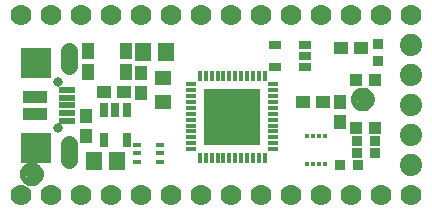
<source format=gbr>
G04 EAGLE Gerber RS-274X export*
G75*
%MOMM*%
%FSLAX34Y34*%
%LPD*%
%INSoldermask Top*%
%IPPOS*%
%AMOC8*
5,1,8,0,0,1.08239X$1,22.5*%
G01*
%ADD10R,1.341600X1.601600*%
%ADD11R,1.101600X1.176600*%
%ADD12R,0.901600X0.901600*%
%ADD13R,1.176600X1.101600*%
%ADD14C,1.101600*%
%ADD15C,0.500000*%
%ADD16R,1.101600X1.101600*%
%ADD17C,0.801600*%
%ADD18R,2.514600X2.514600*%
%ADD19C,1.409600*%
%ADD20R,2.101600X1.101600*%
%ADD21R,1.450000X0.500000*%
%ADD22R,0.651600X1.301600*%
%ADD23R,1.091600X0.791600*%
%ADD24R,1.011600X1.321600*%
%ADD25C,1.778000*%
%ADD26C,1.879600*%
%ADD27R,0.801600X0.451600*%
%ADD28R,0.351600X0.451600*%
%ADD29R,0.351600X0.851600*%
%ADD30R,0.851600X0.351600*%
%ADD31R,4.801600X4.801600*%
%ADD32R,1.401600X1.301600*%


D10*
X116280Y133750D03*
X135280Y133750D03*
D11*
X114470Y99325D03*
X114470Y116325D03*
D10*
X93990Y41760D03*
X74990Y41760D03*
D12*
X315360Y126265D03*
X315360Y141265D03*
D11*
X67679Y63128D03*
X67679Y80128D03*
D13*
X283600Y137795D03*
X300600Y137795D03*
D14*
X302260Y93980D03*
D15*
X309760Y93980D02*
X309758Y94161D01*
X309751Y94342D01*
X309740Y94523D01*
X309725Y94704D01*
X309705Y94884D01*
X309681Y95064D01*
X309653Y95243D01*
X309620Y95421D01*
X309583Y95598D01*
X309542Y95775D01*
X309497Y95950D01*
X309447Y96125D01*
X309393Y96298D01*
X309335Y96469D01*
X309273Y96640D01*
X309206Y96808D01*
X309136Y96975D01*
X309062Y97141D01*
X308983Y97304D01*
X308901Y97465D01*
X308815Y97625D01*
X308725Y97782D01*
X308631Y97937D01*
X308534Y98090D01*
X308432Y98240D01*
X308328Y98388D01*
X308219Y98534D01*
X308108Y98676D01*
X307992Y98816D01*
X307874Y98953D01*
X307752Y99088D01*
X307627Y99219D01*
X307499Y99347D01*
X307368Y99472D01*
X307233Y99594D01*
X307096Y99712D01*
X306956Y99828D01*
X306814Y99939D01*
X306668Y100048D01*
X306520Y100152D01*
X306370Y100254D01*
X306217Y100351D01*
X306062Y100445D01*
X305905Y100535D01*
X305745Y100621D01*
X305584Y100703D01*
X305421Y100782D01*
X305255Y100856D01*
X305088Y100926D01*
X304920Y100993D01*
X304749Y101055D01*
X304578Y101113D01*
X304405Y101167D01*
X304230Y101217D01*
X304055Y101262D01*
X303878Y101303D01*
X303701Y101340D01*
X303523Y101373D01*
X303344Y101401D01*
X303164Y101425D01*
X302984Y101445D01*
X302803Y101460D01*
X302622Y101471D01*
X302441Y101478D01*
X302260Y101480D01*
X309760Y93980D02*
X309758Y93799D01*
X309751Y93618D01*
X309740Y93437D01*
X309725Y93256D01*
X309705Y93076D01*
X309681Y92896D01*
X309653Y92717D01*
X309620Y92539D01*
X309583Y92362D01*
X309542Y92185D01*
X309497Y92010D01*
X309447Y91835D01*
X309393Y91662D01*
X309335Y91491D01*
X309273Y91320D01*
X309206Y91152D01*
X309136Y90985D01*
X309062Y90819D01*
X308983Y90656D01*
X308901Y90495D01*
X308815Y90335D01*
X308725Y90178D01*
X308631Y90023D01*
X308534Y89870D01*
X308432Y89720D01*
X308328Y89572D01*
X308219Y89426D01*
X308108Y89284D01*
X307992Y89144D01*
X307874Y89007D01*
X307752Y88872D01*
X307627Y88741D01*
X307499Y88613D01*
X307368Y88488D01*
X307233Y88366D01*
X307096Y88248D01*
X306956Y88132D01*
X306814Y88021D01*
X306668Y87912D01*
X306520Y87808D01*
X306370Y87706D01*
X306217Y87609D01*
X306062Y87515D01*
X305905Y87425D01*
X305745Y87339D01*
X305584Y87257D01*
X305421Y87178D01*
X305255Y87104D01*
X305088Y87034D01*
X304920Y86967D01*
X304749Y86905D01*
X304578Y86847D01*
X304405Y86793D01*
X304230Y86743D01*
X304055Y86698D01*
X303878Y86657D01*
X303701Y86620D01*
X303523Y86587D01*
X303344Y86559D01*
X303164Y86535D01*
X302984Y86515D01*
X302803Y86500D01*
X302622Y86489D01*
X302441Y86482D01*
X302260Y86480D01*
X302079Y86482D01*
X301898Y86489D01*
X301717Y86500D01*
X301536Y86515D01*
X301356Y86535D01*
X301176Y86559D01*
X300997Y86587D01*
X300819Y86620D01*
X300642Y86657D01*
X300465Y86698D01*
X300290Y86743D01*
X300115Y86793D01*
X299942Y86847D01*
X299771Y86905D01*
X299600Y86967D01*
X299432Y87034D01*
X299265Y87104D01*
X299099Y87178D01*
X298936Y87257D01*
X298775Y87339D01*
X298615Y87425D01*
X298458Y87515D01*
X298303Y87609D01*
X298150Y87706D01*
X298000Y87808D01*
X297852Y87912D01*
X297706Y88021D01*
X297564Y88132D01*
X297424Y88248D01*
X297287Y88366D01*
X297152Y88488D01*
X297021Y88613D01*
X296893Y88741D01*
X296768Y88872D01*
X296646Y89007D01*
X296528Y89144D01*
X296412Y89284D01*
X296301Y89426D01*
X296192Y89572D01*
X296088Y89720D01*
X295986Y89870D01*
X295889Y90023D01*
X295795Y90178D01*
X295705Y90335D01*
X295619Y90495D01*
X295537Y90656D01*
X295458Y90819D01*
X295384Y90985D01*
X295314Y91152D01*
X295247Y91320D01*
X295185Y91491D01*
X295127Y91662D01*
X295073Y91835D01*
X295023Y92010D01*
X294978Y92185D01*
X294937Y92362D01*
X294900Y92539D01*
X294867Y92717D01*
X294839Y92896D01*
X294815Y93076D01*
X294795Y93256D01*
X294780Y93437D01*
X294769Y93618D01*
X294762Y93799D01*
X294760Y93980D01*
X294762Y94161D01*
X294769Y94342D01*
X294780Y94523D01*
X294795Y94704D01*
X294815Y94884D01*
X294839Y95064D01*
X294867Y95243D01*
X294900Y95421D01*
X294937Y95598D01*
X294978Y95775D01*
X295023Y95950D01*
X295073Y96125D01*
X295127Y96298D01*
X295185Y96469D01*
X295247Y96640D01*
X295314Y96808D01*
X295384Y96975D01*
X295458Y97141D01*
X295537Y97304D01*
X295619Y97465D01*
X295705Y97625D01*
X295795Y97782D01*
X295889Y97937D01*
X295986Y98090D01*
X296088Y98240D01*
X296192Y98388D01*
X296301Y98534D01*
X296412Y98676D01*
X296528Y98816D01*
X296646Y98953D01*
X296768Y99088D01*
X296893Y99219D01*
X297021Y99347D01*
X297152Y99472D01*
X297287Y99594D01*
X297424Y99712D01*
X297564Y99828D01*
X297706Y99939D01*
X297852Y100048D01*
X298000Y100152D01*
X298150Y100254D01*
X298303Y100351D01*
X298458Y100445D01*
X298615Y100535D01*
X298775Y100621D01*
X298936Y100703D01*
X299099Y100782D01*
X299265Y100856D01*
X299432Y100926D01*
X299600Y100993D01*
X299771Y101055D01*
X299942Y101113D01*
X300115Y101167D01*
X300290Y101217D01*
X300465Y101262D01*
X300642Y101303D01*
X300819Y101340D01*
X300997Y101373D01*
X301176Y101401D01*
X301356Y101425D01*
X301536Y101445D01*
X301717Y101460D01*
X301898Y101471D01*
X302079Y101478D01*
X302260Y101480D01*
D14*
X22062Y30550D03*
D15*
X29562Y30550D02*
X29560Y30731D01*
X29553Y30912D01*
X29542Y31093D01*
X29527Y31274D01*
X29507Y31454D01*
X29483Y31634D01*
X29455Y31813D01*
X29422Y31991D01*
X29385Y32168D01*
X29344Y32345D01*
X29299Y32520D01*
X29249Y32695D01*
X29195Y32868D01*
X29137Y33039D01*
X29075Y33210D01*
X29008Y33378D01*
X28938Y33545D01*
X28864Y33711D01*
X28785Y33874D01*
X28703Y34035D01*
X28617Y34195D01*
X28527Y34352D01*
X28433Y34507D01*
X28336Y34660D01*
X28234Y34810D01*
X28130Y34958D01*
X28021Y35104D01*
X27910Y35246D01*
X27794Y35386D01*
X27676Y35523D01*
X27554Y35658D01*
X27429Y35789D01*
X27301Y35917D01*
X27170Y36042D01*
X27035Y36164D01*
X26898Y36282D01*
X26758Y36398D01*
X26616Y36509D01*
X26470Y36618D01*
X26322Y36722D01*
X26172Y36824D01*
X26019Y36921D01*
X25864Y37015D01*
X25707Y37105D01*
X25547Y37191D01*
X25386Y37273D01*
X25223Y37352D01*
X25057Y37426D01*
X24890Y37496D01*
X24722Y37563D01*
X24551Y37625D01*
X24380Y37683D01*
X24207Y37737D01*
X24032Y37787D01*
X23857Y37832D01*
X23680Y37873D01*
X23503Y37910D01*
X23325Y37943D01*
X23146Y37971D01*
X22966Y37995D01*
X22786Y38015D01*
X22605Y38030D01*
X22424Y38041D01*
X22243Y38048D01*
X22062Y38050D01*
X29562Y30550D02*
X29560Y30369D01*
X29553Y30188D01*
X29542Y30007D01*
X29527Y29826D01*
X29507Y29646D01*
X29483Y29466D01*
X29455Y29287D01*
X29422Y29109D01*
X29385Y28932D01*
X29344Y28755D01*
X29299Y28580D01*
X29249Y28405D01*
X29195Y28232D01*
X29137Y28061D01*
X29075Y27890D01*
X29008Y27722D01*
X28938Y27555D01*
X28864Y27389D01*
X28785Y27226D01*
X28703Y27065D01*
X28617Y26905D01*
X28527Y26748D01*
X28433Y26593D01*
X28336Y26440D01*
X28234Y26290D01*
X28130Y26142D01*
X28021Y25996D01*
X27910Y25854D01*
X27794Y25714D01*
X27676Y25577D01*
X27554Y25442D01*
X27429Y25311D01*
X27301Y25183D01*
X27170Y25058D01*
X27035Y24936D01*
X26898Y24818D01*
X26758Y24702D01*
X26616Y24591D01*
X26470Y24482D01*
X26322Y24378D01*
X26172Y24276D01*
X26019Y24179D01*
X25864Y24085D01*
X25707Y23995D01*
X25547Y23909D01*
X25386Y23827D01*
X25223Y23748D01*
X25057Y23674D01*
X24890Y23604D01*
X24722Y23537D01*
X24551Y23475D01*
X24380Y23417D01*
X24207Y23363D01*
X24032Y23313D01*
X23857Y23268D01*
X23680Y23227D01*
X23503Y23190D01*
X23325Y23157D01*
X23146Y23129D01*
X22966Y23105D01*
X22786Y23085D01*
X22605Y23070D01*
X22424Y23059D01*
X22243Y23052D01*
X22062Y23050D01*
X21881Y23052D01*
X21700Y23059D01*
X21519Y23070D01*
X21338Y23085D01*
X21158Y23105D01*
X20978Y23129D01*
X20799Y23157D01*
X20621Y23190D01*
X20444Y23227D01*
X20267Y23268D01*
X20092Y23313D01*
X19917Y23363D01*
X19744Y23417D01*
X19573Y23475D01*
X19402Y23537D01*
X19234Y23604D01*
X19067Y23674D01*
X18901Y23748D01*
X18738Y23827D01*
X18577Y23909D01*
X18417Y23995D01*
X18260Y24085D01*
X18105Y24179D01*
X17952Y24276D01*
X17802Y24378D01*
X17654Y24482D01*
X17508Y24591D01*
X17366Y24702D01*
X17226Y24818D01*
X17089Y24936D01*
X16954Y25058D01*
X16823Y25183D01*
X16695Y25311D01*
X16570Y25442D01*
X16448Y25577D01*
X16330Y25714D01*
X16214Y25854D01*
X16103Y25996D01*
X15994Y26142D01*
X15890Y26290D01*
X15788Y26440D01*
X15691Y26593D01*
X15597Y26748D01*
X15507Y26905D01*
X15421Y27065D01*
X15339Y27226D01*
X15260Y27389D01*
X15186Y27555D01*
X15116Y27722D01*
X15049Y27890D01*
X14987Y28061D01*
X14929Y28232D01*
X14875Y28405D01*
X14825Y28580D01*
X14780Y28755D01*
X14739Y28932D01*
X14702Y29109D01*
X14669Y29287D01*
X14641Y29466D01*
X14617Y29646D01*
X14597Y29826D01*
X14582Y30007D01*
X14571Y30188D01*
X14564Y30369D01*
X14562Y30550D01*
X14564Y30731D01*
X14571Y30912D01*
X14582Y31093D01*
X14597Y31274D01*
X14617Y31454D01*
X14641Y31634D01*
X14669Y31813D01*
X14702Y31991D01*
X14739Y32168D01*
X14780Y32345D01*
X14825Y32520D01*
X14875Y32695D01*
X14929Y32868D01*
X14987Y33039D01*
X15049Y33210D01*
X15116Y33378D01*
X15186Y33545D01*
X15260Y33711D01*
X15339Y33874D01*
X15421Y34035D01*
X15507Y34195D01*
X15597Y34352D01*
X15691Y34507D01*
X15788Y34660D01*
X15890Y34810D01*
X15994Y34958D01*
X16103Y35104D01*
X16214Y35246D01*
X16330Y35386D01*
X16448Y35523D01*
X16570Y35658D01*
X16695Y35789D01*
X16823Y35917D01*
X16954Y36042D01*
X17089Y36164D01*
X17226Y36282D01*
X17366Y36398D01*
X17508Y36509D01*
X17654Y36618D01*
X17802Y36722D01*
X17952Y36824D01*
X18105Y36921D01*
X18260Y37015D01*
X18417Y37105D01*
X18577Y37191D01*
X18738Y37273D01*
X18901Y37352D01*
X19067Y37426D01*
X19234Y37496D01*
X19402Y37563D01*
X19573Y37625D01*
X19744Y37683D01*
X19917Y37737D01*
X20092Y37787D01*
X20267Y37832D01*
X20444Y37873D01*
X20621Y37910D01*
X20799Y37943D01*
X20978Y37971D01*
X21158Y37995D01*
X21338Y38015D01*
X21519Y38030D01*
X21700Y38041D01*
X21881Y38048D01*
X22062Y38050D01*
D16*
X312800Y70170D03*
X296800Y70170D03*
X296800Y110170D03*
X312800Y110170D03*
D17*
X44450Y108400D03*
X44450Y69400D03*
D18*
X25450Y52900D03*
X25450Y124900D03*
D19*
X53450Y121900D02*
X53450Y134980D01*
X53450Y55900D02*
X53450Y42820D01*
D20*
X24450Y96400D03*
X24450Y81400D03*
D21*
X52200Y101900D03*
X52200Y95400D03*
X52200Y88900D03*
X52200Y82400D03*
X52200Y75900D03*
D22*
X102210Y85391D03*
X92710Y85391D03*
X83210Y85391D03*
X83210Y59389D03*
X102210Y59389D03*
D11*
X283210Y74685D03*
X283210Y91685D03*
D13*
X99940Y100330D03*
X82940Y100330D03*
D23*
X253565Y121310D03*
X253565Y130810D03*
X253565Y140310D03*
X227665Y140310D03*
X227665Y121310D03*
D24*
X102100Y134620D03*
X69350Y134620D03*
D25*
X12700Y165100D03*
X38100Y165100D03*
X63500Y165100D03*
X88900Y165100D03*
X114300Y165100D03*
X139700Y165100D03*
X165100Y165100D03*
X190500Y165100D03*
X215900Y165100D03*
X241300Y165100D03*
X266700Y165100D03*
X292100Y165100D03*
X317500Y165100D03*
X342900Y165100D03*
X342900Y12700D03*
X317500Y12700D03*
X292100Y12700D03*
X266700Y12700D03*
X241300Y12700D03*
X215900Y12700D03*
X190500Y12700D03*
X165100Y12700D03*
X139700Y12700D03*
X114300Y12700D03*
X88900Y12700D03*
X63500Y12700D03*
X38100Y12700D03*
X12700Y12700D03*
D24*
X102100Y116840D03*
X69350Y116840D03*
D26*
X342900Y38100D03*
X342900Y63500D03*
X342900Y88900D03*
X342900Y114300D03*
X342900Y139700D03*
D27*
X130150Y40760D03*
X130150Y48260D03*
X130150Y55760D03*
X111150Y55760D03*
X111150Y48260D03*
X111150Y40760D03*
D28*
X270390Y63435D03*
X265390Y63435D03*
X260390Y63435D03*
X255390Y63435D03*
X270390Y39435D03*
X265390Y39435D03*
X260390Y39435D03*
X255390Y39435D03*
D13*
X268850Y92075D03*
X251850Y92075D03*
D29*
X164270Y44625D03*
X169270Y44625D03*
X174270Y44625D03*
X179270Y44625D03*
X184270Y44625D03*
X189270Y44625D03*
X194270Y44625D03*
X199270Y44625D03*
X204270Y44625D03*
X209270Y44625D03*
X214270Y44625D03*
D30*
X226520Y51875D03*
X226520Y56875D03*
X226520Y61875D03*
X226520Y66875D03*
X226520Y71875D03*
X226520Y76875D03*
X226520Y81875D03*
X226520Y86875D03*
X226520Y91875D03*
X226520Y96875D03*
X226520Y101875D03*
D29*
X219270Y114125D03*
X214270Y114125D03*
X209270Y114125D03*
X204270Y114125D03*
X199270Y114125D03*
X194270Y114125D03*
X189270Y114125D03*
X184270Y114125D03*
X179270Y114125D03*
X174270Y114125D03*
X169270Y114125D03*
D30*
X157020Y106875D03*
X157020Y101875D03*
X157020Y96875D03*
X157020Y91875D03*
X157020Y86875D03*
X157020Y81875D03*
X157020Y76875D03*
X157020Y71875D03*
X157020Y66875D03*
X157020Y61875D03*
X157020Y56875D03*
D31*
X191770Y79375D03*
D29*
X219270Y44625D03*
D30*
X226520Y106875D03*
D29*
X164270Y114125D03*
D30*
X157020Y51875D03*
D32*
X132715Y92075D03*
X132715Y112395D03*
D12*
X282575Y38735D03*
X297815Y38735D03*
X312420Y48895D03*
X297180Y48895D03*
X297180Y59055D03*
X312420Y59055D03*
M02*

</source>
